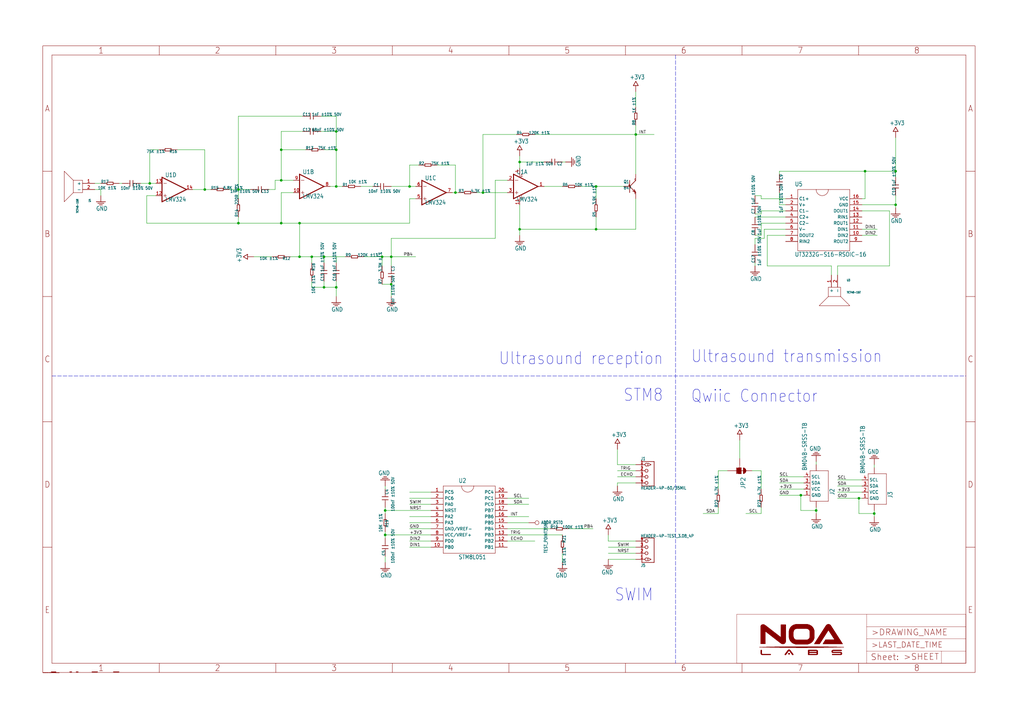
<source format=kicad_sch>
(kicad_sch (version 20211123) (generator eeschema)
  (paper "User" 425.45 299.161)
  (lib_symbols
    (symbol "eagleSchem-eagle-import:+3V3" (power)
      (property "Value" "+3V3" (at -2.54 2.54 0))
      (symbol "+3V3_1_0"
        (pin power_in line (at 0 -2.54 90) (length 2.54) (name "+3V3") (number "1"))
      )
    )
    (symbol "eagleSchem-eagle-import:A3L-LOC"
      (symbol "A3L-LOC_1_0"
        (text "1" (at 24.2094 1.905 0) (effects (font (size 2.54 2.286))))
        (text "1" (at 24.2094 258.445 0) (effects (font (size 2.54 2.286))))
        (text "2" (at 72.6281 1.905 0) (effects (font (size 2.54 2.286))))
        (text "2" (at 72.6281 258.445 0) (effects (font (size 2.54 2.286))))
        (text "3" (at 121.0469 1.905 0) (effects (font (size 2.54 2.286))))
        (text "3" (at 121.0469 258.445 0) (effects (font (size 2.54 2.286))))
        (text "4" (at 169.4656 1.905 0) (effects (font (size 2.54 2.286))))
        (text "4" (at 169.4656 258.445 0) (effects (font (size 2.54 2.286))))
        (text "5" (at 217.8844 1.905 0) (effects (font (size 2.54 2.286))))
        (text "5" (at 217.8844 258.445 0) (effects (font (size 2.54 2.286))))
        (text "6" (at 266.3031 1.905 0) (effects (font (size 2.54 2.286))))
        (text "6" (at 266.3031 258.445 0) (effects (font (size 2.54 2.286))))
        (text "7" (at 314.7219 1.905 0) (effects (font (size 2.54 2.286))))
        (text "7" (at 314.7219 258.445 0) (effects (font (size 2.54 2.286))))
        (text "8" (at 363.1406 1.905 0) (effects (font (size 2.54 2.286))))
        (text "8" (at 363.1406 258.445 0) (effects (font (size 2.54 2.286))))
        (text ">DRAWING_NAME" (at 344.17 15.24 0) (effects (font (size 2.54 2.54)) (justify left bottom)))
        (text ">LAST_DATE_TIME" (at 344.17 10.16 0) (effects (font (size 2.286 2.286)) (justify left bottom)))
        (text ">SHEET" (at 357.505 5.08 0) (effects (font (size 2.54 2.54)) (justify left bottom)))
        (text "A" (at 1.905 234.315 0) (effects (font (size 2.54 2.286))))
        (text "A" (at 385.445 234.315 0) (effects (font (size 2.54 2.286))))
        (text "B" (at 1.905 182.245 0) (effects (font (size 2.54 2.286))))
        (text "B" (at 385.445 182.245 0) (effects (font (size 2.54 2.286))))
        (text "C" (at 1.905 130.175 0) (effects (font (size 2.54 2.286))))
        (text "C" (at 385.445 130.175 0) (effects (font (size 2.54 2.286))))
        (text "D" (at 1.905 78.105 0) (effects (font (size 2.54 2.286))))
        (text "D" (at 385.445 78.105 0) (effects (font (size 2.54 2.286))))
        (text "D:/NOA-Dropbox/Dropbox/NOA Labs/11 - R&D/Datasheets, PCB Outlines & 3D Models/Logos/NOA Labs Logo.bmp" (at 0 -0.1905 0) (effects (font (size 0.0762 0.0762)) (justify left bottom)))
        (text "E" (at 1.905 26.035 0) (effects (font (size 2.54 2.286))))
        (text "E" (at 385.445 26.035 0) (effects (font (size 2.54 2.286))))
        (text "Sheet:" (at 343.916 4.953 0) (effects (font (size 2.54 2.54)) (justify left bottom)))
      )
    )
    (symbol "eagleSchem-eagle-import:C-0603"
      (property "Reference" "C" (at -3.81 0 0))
      (property "Value" "C-0603" (at 0 0 0))
      (symbol "C-0603_1_0"
        (pin passive line (at -3.81 0 0) (length 2.54) (name "1") (number "1"))
        (pin passive line (at 3.81 0 180) (length 2.54) (name "2") (number "2"))
      )
    )
    (symbol "eagleSchem-eagle-import:GND" (power)
      (property "Value" "GND" (at -2.032 -3.81 0))
      (symbol "GND_1_0"
        (pin power_in line (at 0 2.54 270) (length 2.54) (name "GND") (number "1"))
      )
    )
    (symbol "eagleSchem-eagle-import:HEADER-4P-60{slash}35MIL"
      (property "Reference" "J" (at -3.048 5.588 0))
      (property "Value" "HEADER-4P-60{slash}35MIL" (at -3.048 -6.604 0))
      (symbol "HEADER-4P-60{slash}35MIL_1_0"
        (pin bidirectional inverted_clock (at -5.08 3.81 0) (length 5.08) (name "P$1") (number "1"))
        (pin bidirectional inverted (at -5.08 1.27 0) (length 5.08) (name "P$2") (number "2"))
        (pin bidirectional inverted (at -5.08 -1.27 0) (length 5.08) (name "P$3") (number "3"))
        (pin bidirectional inverted (at -5.08 -3.81 0) (length 5.08) (name "P$4") (number "4"))
      )
    )
    (symbol "eagleSchem-eagle-import:HEADER-4P-TEST_3.08_4P"
      (property "Reference" "J" (at -3.048 5.588 0))
      (property "Value" "HEADER-4P-TEST_3.08_4P" (at -3.048 -6.604 0))
      (symbol "HEADER-4P-TEST_3.08_4P_1_0"
        (pin bidirectional inverted_clock (at -5.08 3.81 0) (length 5.08) (name "P$1") (number "1"))
        (pin bidirectional inverted (at -5.08 1.27 0) (length 5.08) (name "P$2") (number "2"))
        (pin bidirectional inverted (at -5.08 -1.27 0) (length 5.08) (name "P$3") (number "3"))
        (pin bidirectional inverted (at -5.08 -3.81 0) (length 5.08) (name "P$4") (number "4"))
      )
    )
    (symbol "eagleSchem-eagle-import:JST-SH-4P"
      (property "Reference" "J" (at -3.81 -7.62 0))
      (property "Value" "JST-SH-4P" (at 6.35 3.81 0))
      (symbol "JST-SH-4P_1_0"
        (pin bidirectional line (at -3.81 5.08 270) (length 2.54) (name "GND") (number "1"))
        (pin bidirectional line (at -1.27 5.08 270) (length 2.54) (name "VCC") (number "2"))
        (pin bidirectional line (at 1.27 5.08 270) (length 2.54) (name "SDA") (number "3"))
        (pin bidirectional line (at 3.81 5.08 270) (length 2.54) (name "SCL") (number "4"))
        (pin bidirectional line (at -8.89 0 0) (length 2.54) (name "5") (number "5"))
        (pin bidirectional line (at 8.89 0 180) (length 2.54) (name "6") (number "6"))
      )
    )
    (symbol "eagleSchem-eagle-import:LMV324"
      (property "Reference" "U" (at -3.81 5.08 0))
      (property "Value" "LMV324" (at -3.81 -5.08 0))
      (symbol "LMV324_1_0"
        (text "V+" (at -1.27 3.81 900) (effects (font (size 0.8128 0.6908)) (justify left bottom)))
        (text "V-" (at -1.27 -5.08 900) (effects (font (size 0.8128 0.6908)) (justify left bottom)))
        (pin output line (at 7.62 0 180) (length 2.54) (name "OUT") (number "1"))
        (pin power_in line (at -2.54 -7.62 90) (length 2.54) (name "V-") (number "11"))
        (pin input line (at -7.62 2.54 0) (length 2.54) (name "IN-") (number "2"))
        (pin input line (at -7.62 -2.54 0) (length 2.54) (name "IN+") (number "3"))
        (pin power_in line (at -2.54 7.62 270) (length 2.54) (name "V+") (number "4"))
      )
      (symbol "LMV324_2_0"
        (pin input line (at -7.62 -2.54 0) (length 2.54) (name "IN+") (number "10"))
        (pin output line (at 7.62 0 180) (length 2.54) (name "OUT") (number "8"))
        (pin input line (at -7.62 2.54 0) (length 2.54) (name "IN-") (number "9"))
      )
      (symbol "LMV324_3_0"
        (pin input line (at -7.62 -2.54 0) (length 2.54) (name "IN+") (number "5"))
        (pin input line (at -7.62 2.54 0) (length 2.54) (name "IN-") (number "6"))
        (pin output line (at 7.62 0 180) (length 2.54) (name "OUT") (number "7"))
      )
      (symbol "LMV324_4_0"
        (pin input line (at -7.62 -2.54 0) (length 2.54) (name "IN+") (number "12"))
        (pin input line (at -7.62 2.54 0) (length 2.54) (name "IN-") (number "13"))
        (pin output line (at 7.62 0 180) (length 2.54) (name "OUT") (number "14"))
      )
    )
    (symbol "eagleSchem-eagle-import:R-0603"
      (property "Reference" "R" (at -3.81 0 0))
      (property "Value" "R-0603" (at 1.27 0 0))
      (symbol "R-0603_1_0"
        (pin passive line (at -3.81 0 0) (length 2.54) (name "1") (number "1"))
        (pin passive line (at 3.81 0 180) (length 2.54) (name "2") (number "2"))
      )
    )
    (symbol "eagleSchem-eagle-import:SMT-JUMPER_3_2-NC_TRACE"
      (property "Reference" "JP" (at 2.54 0.381 0))
      (property "Value" "SMT-JUMPER_3_2-NC_TRACE" (at 2.54 -0.381 0))
      (symbol "SMT-JUMPER_3_2-NC_TRACE_1_0"
        (pin passive line (at 0 5.08 270) (length 2.54) (name "1") (number "1"))
        (pin passive line (at -5.08 0 0) (length 2.54) (name "2") (number "2"))
        (pin passive line (at 0 -5.08 90) (length 2.54) (name "3") (number "3"))
      )
    )
    (symbol "eagleSchem-eagle-import:STM8L051"
      (property "Reference" "U" (at -3.81 16.51 0))
      (property "Value" "STM8L051" (at -3.81 -15.24 0))
      (symbol "STM8L051_1_0"
        (pin bidirectional line (at -15.24 12.7 0) (length 5.08) (name "PC5") (number "1"))
        (pin bidirectional line (at -15.24 -10.16 0) (length 5.08) (name "PB0") (number "10"))
        (pin bidirectional line (at 16.51 -10.16 180) (length 5.08) (name "PB1") (number "11"))
        (pin bidirectional line (at 16.51 -7.62 180) (length 5.08) (name "PB2") (number "12"))
        (pin bidirectional line (at 16.51 -5.08 180) (length 5.08) (name "PB3") (number "13"))
        (pin bidirectional line (at 16.51 -2.54 180) (length 5.08) (name "PB4") (number "14"))
        (pin bidirectional line (at 16.51 0 180) (length 5.08) (name "PB5") (number "15"))
        (pin bidirectional line (at 16.51 2.54 180) (length 5.08) (name "PB6") (number "16"))
        (pin bidirectional line (at 16.51 5.08 180) (length 5.08) (name "PB7") (number "17"))
        (pin bidirectional line (at 16.51 7.62 180) (length 5.08) (name "PC0") (number "18"))
        (pin bidirectional line (at 16.51 10.16 180) (length 5.08) (name "PC1") (number "19"))
        (pin bidirectional line (at -15.24 10.16 0) (length 5.08) (name "PC6") (number "2"))
        (pin bidirectional line (at 16.51 12.7 180) (length 5.08) (name "PC4") (number "20"))
        (pin bidirectional line (at -15.24 7.62 0) (length 5.08) (name "PA0") (number "3"))
        (pin bidirectional line (at -15.24 5.08 0) (length 5.08) (name "NRST") (number "4"))
        (pin bidirectional line (at -15.24 2.54 0) (length 5.08) (name "PA2") (number "5"))
        (pin bidirectional line (at -15.24 0 0) (length 5.08) (name "PA3") (number "6"))
        (pin bidirectional line (at -15.24 -2.54 0) (length 5.08) (name "GND/VREF-") (number "7"))
        (pin bidirectional line (at -15.24 -5.08 0) (length 5.08) (name "VCC/VREF+") (number "8"))
        (pin bidirectional line (at -15.24 -7.62 0) (length 5.08) (name "PD0") (number "9"))
      )
    )
    (symbol "eagleSchem-eagle-import:TCT40-16T{slash}R"
      (property "Reference" "U" (at 5.08 5.08 0))
      (property "Value" "TCT40-16T{slash}R" (at 5.08 0 0))
      (symbol "TCT40-16T{slash}R_1_0"
        (pin bidirectional line (at -1.27 7.62 270) (length 5.08) (name "+") (number "1"))
        (pin bidirectional line (at 1.27 7.62 270) (length 5.08) (name "-") (number "2"))
      )
    )
    (symbol "eagleSchem-eagle-import:TEST_POINT35MIL"
      (property "Reference" "TS" (at -1.27 0.635 0))
      (property "Value" "TEST_POINT35MIL" (at -1.27 2.54 0))
      (symbol "TEST_POINT35MIL_1_0"
        (pin bidirectional line (at 0 -3.81 90) (length 2.54) (name "1") (number "P$1"))
      )
    )
    (symbol "eagleSchem-eagle-import:TRANSISTOR-NPN-SOT23''"
      (property "Reference" "Q" (at -2.54 1.27 0))
      (property "Value" "TRANSISTOR-NPN-SOT23''" (at -2.54 -1.27 0))
      (symbol "TRANSISTOR-NPN-SOT23''_1_0"
        (text "B" (at -0.635 0 0) (effects (font (size 0.635 0.5397)) (justify left bottom)))
        (text "C" (at 1.905 2.54 0) (effects (font (size 0.635 0.5397)) (justify left bottom)))
        (text "E" (at 1.905 -3.175 0) (effects (font (size 0.635 0.5397)) (justify left bottom)))
        (pin passive line (at -2.54 0 0) (length 2.54) (name "B") (number "1"))
        (pin passive line (at 2.54 -5.08 90) (length 2.54) (name "E") (number "2"))
        (pin passive line (at 2.54 5.08 270) (length 2.54) (name "C") (number "3"))
      )
    )
    (symbol "eagleSchem-eagle-import:UT3232G-S16-RSOIC-16"
      (property "Reference" "U" (at -11.43 13.97 0))
      (property "Value" "UT3232G-S16-RSOIC-16" (at -11.43 -15.24 0))
      (symbol "UT3232G-S16-RSOIC-16_1_0"
        (pin bidirectional line (at -15.24 8.89 0) (length 5.08) (name "C1+") (number "1"))
        (pin bidirectional line (at 16.51 -6.35 180) (length 5.08) (name "DIN2") (number "10"))
        (pin bidirectional line (at 16.51 -3.81 180) (length 5.08) (name "DIN1") (number "11"))
        (pin bidirectional line (at 16.51 -1.27 180) (length 5.08) (name "ROUT1") (number "12"))
        (pin bidirectional line (at 16.51 1.27 180) (length 5.08) (name "RIN1") (number "13"))
        (pin bidirectional line (at 16.51 3.81 180) (length 5.08) (name "DOUT1") (number "14"))
        (pin bidirectional line (at 16.51 6.35 180) (length 5.08) (name "GND") (number "15"))
        (pin bidirectional line (at 16.51 8.89 180) (length 5.08) (name "VCC") (number "16"))
        (pin bidirectional line (at -15.24 6.35 0) (length 5.08) (name "V+") (number "2"))
        (pin bidirectional line (at -15.24 3.81 0) (length 5.08) (name "C1-") (number "3"))
        (pin bidirectional line (at -15.24 1.27 0) (length 5.08) (name "C2+") (number "4"))
        (pin bidirectional line (at -15.24 -1.27 0) (length 5.08) (name "C2-") (number "5"))
        (pin bidirectional line (at -15.24 -3.81 0) (length 5.08) (name "V-") (number "6"))
        (pin bidirectional line (at -15.24 -6.35 0) (length 5.08) (name "DOUT2") (number "7"))
        (pin bidirectional line (at -15.24 -8.89 0) (length 5.08) (name "RIN2") (number "8"))
        (pin bidirectional line (at 16.51 -8.89 180) (length 5.08) (name "ROUT2") (number "9"))
      )
    )
  )
  (junction (at 85.09 78.74))
  (junction (at 162.56 118.11))
  (junction (at 99.06 78.74))
  (junction (at 215.9 95.25))
  (junction (at 139.7 54.61))
  (junction (at 363.22 213.36))
  (junction (at 372.11 85.09))
  (junction (at 116.84 92.71))
  (junction (at 158.75 106.68))
  (junction (at 124.46 106.68))
  (junction (at 139.7 62.23))
  (junction (at 116.84 62.23))
  (junction (at 162.56 106.68))
  (junction (at 356.87 207.01))
  (junction (at 134.62 119.38))
  (junction (at 200.66 80.01))
  (junction (at 160.02 212.09))
  (junction (at 170.18 77.47))
  (junction (at 247.65 95.25))
  (junction (at 215.9 67.31))
  (junction (at 332.74 205.74))
  (junction (at 372.11 71.12))
  (junction (at 139.7 119.38))
  (junction (at 339.09 212.09))
  (junction (at 99.06 92.71))
  (junction (at 129.54 106.68))
  (junction (at 134.62 106.68))
  (junction (at 359.41 71.12))
  (junction (at 124.46 92.71))
  (junction (at 139.7 77.47))
  (junction (at 116.84 74.93))
  (junction (at 189.23 80.01))
  (junction (at 160.02 222.25))
  (junction (at 247.65 77.47))
  (junction (at 62.23 76.2))
  (junction (at 264.16 55.88))
  (wire (pts (xy 247.65 90.17) (xy 247.65 95.25)))
  (wire (pts (xy 151.13 106.68) (xy 158.75 106.68)))
  (wire (pts (xy 252.73 222.25) (xy 252.73 224.79)))
  (wire (pts (xy 323.85 85.09) (xy 323.85 80.01)))
  (wire (pts (xy 116.84 92.71) (xy 99.06 92.71)))
  (wire (pts (xy 134.62 116.84) (xy 134.62 119.38)))
  (wire (pts (xy 120.65 106.68) (xy 124.46 106.68)))
  (wire (pts (xy 332.74 212.09) (xy 332.74 205.74)))
  (wire (pts (xy 139.7 48.26) (xy 139.7 54.61)))
  (wire (pts (xy 326.39 95.25) (xy 317.5 95.25)))
  (wire (pts (xy 60.96 81.28) (xy 64.77 81.28)))
  (wire (pts (xy 116.84 74.93) (xy 114.3 74.93)))
  (wire (pts (xy 200.66 55.88) (xy 200.66 80.01)))
  (wire (pts (xy 139.7 54.61) (xy 139.7 62.23)))
  (wire (pts (xy 326.39 87.63) (xy 316.23 87.63)))
  (wire (pts (xy 228.6 219.71) (xy 210.82 219.71)))
  (wire (pts (xy 41.91 78.74) (xy 39.37 78.74)))
  (wire (pts (xy 134.62 119.38) (xy 129.54 119.38)))
  (wire (pts (xy 316.23 195.58) (xy 316.23 203.2)))
  (wire (pts (xy 139.7 109.22) (xy 139.7 106.68)))
  (wire (pts (xy 326.39 85.09) (xy 323.85 85.09)))
  (wire (pts (xy 170.18 82.55) (xy 170.18 92.71)))
  (wire (pts (xy 158.75 110.49) (xy 158.75 106.68)))
  (wire (pts (xy 124.46 106.68) (xy 129.54 106.68)))
  (wire (pts (xy 116.84 54.61) (xy 116.84 62.23)))
  (wire (pts (xy 222.25 224.79) (xy 210.82 224.79)))
  (wire (pts (xy 215.9 95.25) (xy 215.9 97.79)))
  (wire (pts (xy 302.26 195.58) (xy 298.45 195.58)))
  (wire (pts (xy 173.99 68.58) (xy 170.18 68.58)))
  (wire (pts (xy 219.71 214.63) (xy 210.82 214.63)))
  (wire (pts (xy 256.54 198.12) (xy 264.16 198.12)))
  (wire (pts (xy 219.71 209.55) (xy 210.82 209.55)))
  (wire (pts (xy 264.16 44.45) (xy 264.16 38.1)))
  (wire (pts (xy 39.37 76.2) (xy 41.91 76.2)))
  (wire (pts (xy 162.56 99.06) (xy 162.56 106.68)))
  (wire (pts (xy 129.54 109.22) (xy 129.54 106.68)))
  (wire (pts (xy 85.09 62.23) (xy 85.09 78.74)))
  (wire (pts (xy 252.73 224.79) (xy 264.16 224.79)))
  (wire (pts (xy 170.18 204.47) (xy 179.07 204.47)))
  (wire (pts (xy 332.74 205.74) (xy 334.01 205.74)))
  (wire (pts (xy 170.18 217.17) (xy 179.07 217.17)))
  (wire (pts (xy 247.65 82.55) (xy 247.65 77.47)))
  (wire (pts (xy 160.02 231.14) (xy 160.02 233.68)))
  (wire (pts (xy 99.06 48.26) (xy 99.06 78.74)))
  (polyline (pts (xy 280.67 22.86) (xy 280.67 275.59)))
  (wire (pts (xy 62.23 62.23) (xy 62.23 76.2)))
  (wire (pts (xy 215.9 67.31) (xy 215.9 64.77)))
  (wire (pts (xy 364.49 95.25) (xy 358.14 95.25)))
  (wire (pts (xy 316.23 81.28) (xy 313.69 81.28)))
  (wire (pts (xy 264.16 82.55) (xy 264.16 95.25)))
  (wire (pts (xy 347.98 199.39) (xy 358.14 199.39)))
  (wire (pts (xy 316.23 88.9) (xy 313.69 88.9)))
  (wire (pts (xy 256.54 193.04) (xy 256.54 186.69)))
  (wire (pts (xy 233.68 233.68) (xy 233.68 229.87)))
  (wire (pts (xy 160.02 220.98) (xy 160.02 222.25)))
  (wire (pts (xy 256.54 193.04) (xy 264.16 193.04)))
  (wire (pts (xy 326.39 90.17) (xy 313.69 90.17)))
  (wire (pts (xy 114.3 74.93) (xy 114.3 78.74)))
  (wire (pts (xy 339.09 212.09) (xy 339.09 210.82)))
  (wire (pts (xy 323.85 198.12) (xy 334.01 198.12)))
  (wire (pts (xy 139.7 77.47) (xy 142.24 77.47)))
  (wire (pts (xy 160.02 203.2) (xy 160.02 201.93)))
  (wire (pts (xy 246.38 219.71) (xy 236.22 219.71)))
  (wire (pts (xy 369.57 110.49) (xy 369.57 87.63)))
  (wire (pts (xy 179.07 222.25) (xy 160.02 222.25)))
  (wire (pts (xy 241.3 77.47) (xy 247.65 77.47)))
  (wire (pts (xy 323.85 72.39) (xy 323.85 71.12)))
  (wire (pts (xy 124.46 92.71) (xy 116.84 92.71)))
  (wire (pts (xy 62.23 76.2) (xy 64.77 76.2)))
  (wire (pts (xy 292.1 213.36) (xy 298.45 213.36)))
  (wire (pts (xy 121.92 74.93) (xy 116.84 74.93)))
  (wire (pts (xy 189.23 80.01) (xy 187.96 80.01)))
  (wire (pts (xy 170.18 92.71) (xy 124.46 92.71)))
  (wire (pts (xy 347.98 207.01) (xy 356.87 207.01)))
  (wire (pts (xy 318.77 110.49) (xy 318.77 97.79)))
  (wire (pts (xy 219.71 217.17) (xy 210.82 217.17)))
  (wire (pts (xy 133.35 54.61) (xy 139.7 54.61)))
  (wire (pts (xy 345.44 114.3) (xy 345.44 110.49)))
  (wire (pts (xy 125.73 48.26) (xy 99.06 48.26)))
  (wire (pts (xy 264.16 229.87) (xy 252.73 229.87)))
  (wire (pts (xy 41.91 81.28) (xy 41.91 78.74)))
  (wire (pts (xy 326.39 92.71) (xy 316.23 92.71)))
  (wire (pts (xy 372.11 71.12) (xy 359.41 71.12)))
  (wire (pts (xy 170.18 207.01) (xy 179.07 207.01)))
  (wire (pts (xy 271.78 55.88) (xy 264.16 55.88)))
  (wire (pts (xy 358.14 82.55) (xy 359.41 82.55)))
  (wire (pts (xy 264.16 200.66) (xy 256.54 200.66)))
  (wire (pts (xy 133.35 48.26) (xy 139.7 48.26)))
  (wire (pts (xy 85.09 78.74) (xy 80.01 78.74)))
  (wire (pts (xy 125.73 54.61) (xy 116.84 54.61)))
  (wire (pts (xy 200.66 80.01) (xy 210.82 80.01)))
  (wire (pts (xy 364.49 97.79) (xy 358.14 97.79)))
  (wire (pts (xy 222.25 55.88) (xy 264.16 55.88)))
  (wire (pts (xy 356.87 213.36) (xy 356.87 207.01)))
  (wire (pts (xy 264.16 55.88) (xy 264.16 72.39)))
  (wire (pts (xy 205.74 99.06) (xy 205.74 74.93)))
  (wire (pts (xy 170.18 68.58) (xy 170.18 77.47)))
  (wire (pts (xy 116.84 80.01) (xy 121.92 80.01)))
  (wire (pts (xy 129.54 106.68) (xy 134.62 106.68)))
  (wire (pts (xy 99.06 92.71) (xy 60.96 92.71)))
  (wire (pts (xy 205.74 74.93) (xy 210.82 74.93)))
  (wire (pts (xy 114.3 78.74) (xy 111.76 78.74)))
  (wire (pts (xy 372.11 73.66) (xy 372.11 71.12)))
  (wire (pts (xy 298.45 213.36) (xy 298.45 210.82)))
  (wire (pts (xy 316.23 97.79) (xy 313.69 97.79)))
  (wire (pts (xy 127 62.23) (xy 116.84 62.23)))
  (wire (pts (xy 256.54 195.58) (xy 264.16 195.58)))
  (wire (pts (xy 356.87 207.01) (xy 358.14 207.01)))
  (wire (pts (xy 99.06 90.17) (xy 99.06 92.71)))
  (wire (pts (xy 307.34 182.88) (xy 307.34 190.5)))
  (wire (pts (xy 359.41 82.55) (xy 359.41 71.12)))
  (wire (pts (xy 179.07 212.09) (xy 160.02 212.09)))
  (wire (pts (xy 66.04 62.23) (xy 62.23 62.23)))
  (wire (pts (xy 363.22 214.63) (xy 363.22 213.36)))
  (wire (pts (xy 139.7 123.19) (xy 139.7 119.38)))
  (wire (pts (xy 317.5 99.06) (xy 313.69 99.06)))
  (wire (pts (xy 369.57 87.63) (xy 358.14 87.63)))
  (wire (pts (xy 326.39 82.55) (xy 316.23 82.55)))
  (wire (pts (xy 170.18 77.47) (xy 172.72 77.47)))
  (wire (pts (xy 205.74 99.06) (xy 162.56 99.06)))
  (wire (pts (xy 198.12 80.01) (xy 200.66 80.01)))
  (wire (pts (xy 170.18 224.79) (xy 179.07 224.79)))
  (wire (pts (xy 116.84 62.23) (xy 116.84 74.93)))
  (wire (pts (xy 316.23 213.36) (xy 316.23 210.82)))
  (wire (pts (xy 189.23 80.01) (xy 189.23 68.58)))
  (polyline (pts (xy 21.59 156.21) (xy 401.32 156.21)))
  (wire (pts (xy 160.02 212.09) (xy 160.02 213.36)))
  (wire (pts (xy 339.09 191.77) (xy 339.09 193.04)))
  (wire (pts (xy 215.9 85.09) (xy 215.9 95.25)))
  (wire (pts (xy 372.11 71.12) (xy 372.11 57.15)))
  (wire (pts (xy 139.7 77.47) (xy 137.16 77.47)))
  (wire (pts (xy 134.62 106.68) (xy 143.51 106.68)))
  (wire (pts (xy 264.16 95.25) (xy 247.65 95.25)))
  (wire (pts (xy 73.66 62.23) (xy 85.09 62.23)))
  (wire (pts (xy 158.75 118.11) (xy 162.56 118.11)))
  (wire (pts (xy 170.18 219.71) (xy 179.07 219.71)))
  (wire (pts (xy 99.06 82.55) (xy 99.06 78.74)))
  (wire (pts (xy 210.82 207.01) (xy 219.71 207.01)))
  (wire (pts (xy 247.65 77.47) (xy 259.08 77.47)))
  (wire (pts (xy 190.5 80.01) (xy 189.23 80.01)))
  (wire (pts (xy 162.56 110.49) (xy 162.56 106.68)))
  (wire (pts (xy 247.65 95.25) (xy 215.9 95.25)))
  (wire (pts (xy 172.72 82.55) (xy 170.18 82.55)))
  (wire (pts (xy 214.63 55.88) (xy 200.66 55.88)))
  (wire (pts (xy 363.22 213.36) (xy 363.22 212.09)))
  (wire (pts (xy 158.75 106.68) (xy 162.56 106.68)))
  (wire (pts (xy 124.46 106.68) (xy 124.46 92.71)))
  (wire (pts (xy 347.98 201.93) (xy 358.14 201.93)))
  (wire (pts (xy 372.11 85.09) (xy 372.11 86.36)))
  (wire (pts (xy 309.88 213.36) (xy 316.23 213.36)))
  (wire (pts (xy 181.61 68.58) (xy 189.23 68.58)))
  (wire (pts (xy 170.18 209.55) (xy 179.07 209.55)))
  (wire (pts (xy 345.44 110.49) (xy 318.77 110.49)))
  (wire (pts (xy 105.41 106.68) (xy 113.03 106.68)))
  (wire (pts (xy 316.23 92.71) (xy 316.23 97.79)))
  (wire (pts (xy 363.22 213.36) (xy 356.87 213.36)))
  (wire (pts (xy 172.72 106.68) (xy 162.56 106.68)))
  (wire (pts (xy 139.7 119.38) (xy 134.62 119.38)))
  (wire (pts (xy 256.54 200.66) (xy 256.54 201.93)))
  (wire (pts (xy 160.02 223.52) (xy 160.02 222.25)))
  (wire (pts (xy 318.77 97.79) (xy 326.39 97.79)))
  (wire (pts (xy 264.16 227.33) (xy 252.73 227.33)))
  (wire (pts (xy 323.85 203.2) (xy 334.01 203.2)))
  (wire (pts (xy 134.62 62.23) (xy 139.7 62.23)))
  (wire (pts (xy 316.23 87.63) (xy 316.23 88.9)))
  (wire (pts (xy 49.53 76.2) (xy 50.8 76.2)))
  (wire (pts (xy 339.09 213.36) (xy 339.09 212.09)))
  (wire (pts (xy 298.45 195.58) (xy 298.45 203.2)))
  (wire (pts (xy 347.98 110.49) (xy 369.57 110.49)))
  (wire (pts (xy 359.41 71.12) (xy 323.85 71.12)))
  (wire (pts (xy 233.68 67.31) (xy 234.95 67.31)))
  (wire (pts (xy 363.22 193.04) (xy 363.22 194.31)))
  (wire (pts (xy 316.23 82.55) (xy 316.23 81.28)))
  (wire (pts (xy 312.42 195.58) (xy 316.23 195.58)))
  (wire (pts (xy 233.68 77.47) (xy 226.06 77.47)))
  (wire (pts (xy 160.02 210.82) (xy 160.02 212.09)))
  (wire (pts (xy 104.14 78.74) (xy 99.06 78.74)))
  (wire (pts (xy 264.16 232.41) (xy 252.73 232.41)))
  (wire (pts (xy 347.98 204.47) (xy 358.14 204.47)))
  (wire (pts (xy 226.06 67.31) (xy 215.9 67.31)))
  (wire (pts (xy 139.7 62.23) (xy 139.7 77.47)))
  (wire (pts (xy 347.98 114.3) (xy 347.98 110.49)))
  (wire (pts (xy 162.56 118.11) (xy 162.56 123.19)))
  (wire (pts (xy 60.96 92.71) (xy 60.96 81.28)))
  (wire (pts (xy 154.94 77.47) (xy 149.86 77.47)))
  (wire (pts (xy 215.9 69.85) (xy 215.9 67.31)))
  (wire (pts (xy 134.62 109.22) (xy 134.62 106.68)))
  (wire (pts (xy 170.18 227.33) (xy 179.07 227.33)))
  (wire (pts (xy 170.18 77.47) (xy 162.56 77.47)))
  (wire (pts (xy 129.54 119.38) (xy 129.54 116.84)))
  (wire (pts (xy 170.18 214.63) (xy 179.07 214.63)))
  (wire (pts (xy 116.84 80.01) (xy 116.84 92.71)))
  (wire (pts (xy 264.16 52.07) (xy 264.16 55.88)))
  (wire (pts (xy 139.7 116.84) (xy 139.7 119.38)))
  (wire (pts (xy 323.85 205.74) (xy 332.74 205.74)))
  (wire (pts (xy 99.06 78.74) (xy 95.25 78.74)))
  (wire (pts (xy 372.11 81.28) (xy 372.11 85.09)))
  (wire (pts (xy 323.85 200.66) (xy 334.01 200.66)))
  (wire (pts (xy 313.69 110.49) (xy 313.69 109.22)))
  (wire (pts (xy 339.09 212.09) (xy 332.74 212.09)))
  (wire (pts (xy 313.69 99.06) (xy 313.69 101.6)))
  (wire (pts (xy 233.68 222.25) (xy 210.82 222.25)))
  (wire (pts (xy 317.5 95.25) (xy 317.5 99.06)))
  (wire (pts (xy 58.42 76.2) (xy 62.23 76.2)))
  (wire (pts (xy 358.14 85.09) (xy 372.11 85.09)))
  (wire (pts (xy 87.63 78.74) (xy 85.09 78.74)))
  (text "Ultrasound transmission" (at 287.02 151.13 180) (effects (font (size 5.08 4.318)) (justify left bottom)))
  (text "STM8" (at 275.59 161.29 180) (effects (font (size 5.08 4.318)) (justify right top)))
  (text "SWIM" (at 255.27 250.19 180) (effects (font (size 5.08 4.318)) (justify left bottom)))
  (text "Qwiic Connector" (at 287.02 167.64 180) (effects (font (size 5.08 4.318)) (justify left bottom)))
  (text "Ultrasound reception" (at 275.59 146.05 180) (effects (font (size 5.08 4.318)) (justify right top)))
  (label "GND" (at 323.85 205.74 0) (effects (font (size 1.2446 1.2446))))
  (label "SDA" (at 347.98 201.93 0) (effects (font (size 1.2446 1.2446))))
  (label "TRIG" (at 257.81 195.58 0) (effects (font (size 1.2446 1.2446))))
  (label "TRIG" (at 212.09 222.25 0) (effects (font (size 1.2446 1.2446))))
  (label "GND" (at 347.98 207.01 0) (effects (font (size 1.2446 1.2446))))
  (label "INT" (at 265.43 55.88 0) (effects (font (size 1.2446 1.2446))))
  (label "SWIM" (at 256.54 227.33 0) (effects (font (size 1.2446 1.2446))))
  (label "ECHO" (at 257.81 198.12 0) (effects (font (size 1.2446 1.2446))))
  (label "+3V3" (at 347.98 204.47 0) (effects (font (size 1.2446 1.2446))))
  (label "SDA" (at 323.85 200.66 0) (effects (font (size 1.2446 1.2446))))
  (label "SCL" (at 323.85 198.12 0) (effects (font (size 1.2446 1.2446))))
  (label "SWIM" (at 170.18 209.55 0) (effects (font (size 1.2446 1.2446))))
  (label "+3V3" (at 323.85 203.2 0) (effects (font (size 1.2446 1.2446))))
  (label "SDA" (at 293.37 213.36 0) (effects (font (size 1.2446 1.2446))))
  (label "+3V3" (at 170.18 222.25 0) (effects (font (size 1.2446 1.2446))))
  (label "DIN1" (at 170.18 227.33 0) (effects (font (size 1.2446 1.2446))))
  (label "NRST" (at 256.54 229.87 0) (effects (font (size 1.2446 1.2446))))
  (label "DIN2" (at 359.41 97.79 0) (effects (font (size 1.2446 1.2446))))
  (label "SCL" (at 347.98 199.39 0) (effects (font (size 1.2446 1.2446))))
  (label "SCL" (at 213.36 207.01 0) (effects (font (size 1.2446 1.2446))))
  (label "PB4" (at 167.64 106.68 0) (effects (font (size 1.2446 1.2446))))
  (label "SDA" (at 213.36 209.55 0) (effects (font (size 1.2446 1.2446))))
  (label "DIN1" (at 359.41 95.25 0) (effects (font (size 1.2446 1.2446))))
  (label "GND" (at 170.18 219.71 0) (effects (font (size 1.2446 1.2446))))
  (label "INT" (at 212.09 214.63 0) (effects (font (size 1.2446 1.2446))))
  (label "DIN2" (at 170.18 224.79 0) (effects (font (size 1.2446 1.2446))))
  (label "PB4" (at 242.57 219.71 0) (effects (font (size 1.2446 1.2446))))
  (label "SCL" (at 311.15 213.36 0) (effects (font (size 1.2446 1.2446))))
  (label "NRST" (at 170.18 212.09 0) (effects (font (size 1.2446 1.2446))))
  (label "ECHO" (at 212.09 224.79 0) (effects (font (size 1.2446 1.2446))))
  (symbol (lib_id "eagleSchem-eagle-import:C-0603") (at 160.02 227.33 270) (unit 1)
    (property "Reference" "C5" (at 158.75 228.6 0) (effects (font (size 1.27 1.0795)) (justify left bottom)))
    (property "Value" "100nF ±10% 50V" (at 162.56 219.71 0) (effects (font (size 1.27 1.0795)) (justify left bottom)))
    (property "Footprint" "eagleSchem:0603" (effects hide))
  )
  (symbol (lib_id "eagleSchem-eagle-import:GND") (at 313.69 113.03 0) (unit 1)
    (property "Reference" "#GND10" (effects hide))
    (property "Value" "GND" (at 311.658 116.84 0) (effects (font (size 1.778 1.5113)) (justify left bottom)))
    (property "Footprint" "eagleSchem:" (effects hide))
  )
  (symbol (lib_id "eagleSchem-eagle-import:R-0603") (at 237.49 77.47 0) (unit 1)
    (property "Reference" "R6" (at 233.68 77.47 0) (effects (font (size 1.27 1.0795)) (justify left bottom)))
    (property "Value" "10K ±1%" (at 238.76 77.47 0) (effects (font (size 1.27 1.0795)) (justify left bottom)))
    (property "Footprint" "eagleSchem:0603" (effects hide))
  )
  (symbol (lib_id "eagleSchem-eagle-import:R-0603") (at 130.81 62.23 0) (unit 1)
    (property "Reference" "R13" (at 127 62.23 0) (effects (font (size 1.27 1.0795)) (justify left bottom)))
    (property "Value" "75K ±1%" (at 132.08 62.23 0) (effects (font (size 1.27 1.0795)) (justify left bottom)))
    (property "Footprint" "eagleSchem:0603" (effects hide))
  )
  (symbol (lib_id "eagleSchem-eagle-import:GND") (at 139.7 125.73 0) (unit 1)
    (property "Reference" "#GND13" (effects hide))
    (property "Value" "GND" (at 137.668 129.54 0) (effects (font (size 1.778 1.5113)) (justify left bottom)))
    (property "Footprint" "eagleSchem:" (effects hide))
  )
  (symbol (lib_id "eagleSchem-eagle-import:STM8L051") (at 194.31 217.17 0) (unit 1)
    (property "Reference" "U2" (at 190.5 200.66 0) (effects (font (size 1.778 1.5113)) (justify left bottom)))
    (property "Value" "STM8L051" (at 190.5 232.41 0) (effects (font (size 1.778 1.5113)) (justify left bottom)))
    (property "Footprint" "eagleSchem:TSSOP20" (effects hide))
  )
  (symbol (lib_id "eagleSchem-eagle-import:C-0603") (at 158.75 77.47 180) (unit 1)
    (property "Reference" "C1" (at 157.48 76.2 0) (effects (font (size 1.27 1.0795)) (justify left bottom)))
    (property "Value" "10nF ±10% 50V" (at 166.37 78.74 0) (effects (font (size 1.27 1.0795)) (justify left bottom)))
    (property "Footprint" "eagleSchem:0603" (effects hide))
  )
  (symbol (lib_id "eagleSchem-eagle-import:R-0603") (at 247.65 86.36 90) (unit 1)
    (property "Reference" "R5" (at 247.65 90.17 0) (effects (font (size 1.27 1.0795)) (justify left bottom)))
    (property "Value" "3.9K ±1%" (at 247.65 85.09 0) (effects (font (size 1.27 1.0795)) (justify left bottom)))
    (property "Footprint" "eagleSchem:0603" (effects hide))
  )
  (symbol (lib_id "eagleSchem-eagle-import:R-0603") (at 177.8 68.58 0) (unit 1)
    (property "Reference" "R2" (at 173.99 68.58 0) (effects (font (size 1.27 1.0795)) (justify left bottom)))
    (property "Value" "75K ±1%" (at 179.07 68.58 0) (effects (font (size 1.27 1.0795)) (justify left bottom)))
    (property "Footprint" "eagleSchem:0603" (effects hide))
  )
  (symbol (lib_id "eagleSchem-eagle-import:GND") (at 372.11 88.9 0) (unit 1)
    (property "Reference" "#GND4" (effects hide))
    (property "Value" "GND" (at 370.078 92.71 0) (effects (font (size 1.778 1.5113)) (justify left bottom)))
    (property "Footprint" "eagleSchem:" (effects hide))
  )
  (symbol (lib_id "eagleSchem-eagle-import:R-0603") (at 146.05 77.47 0) (unit 1)
    (property "Reference" "R1" (at 142.24 77.47 0) (effects (font (size 1.27 1.0795)) (justify left bottom)))
    (property "Value" "10K ±1%" (at 144.78 76.2 0) (effects (font (size 1.27 1.0795)) (justify left bottom)))
    (property "Footprint" "eagleSchem:0603" (effects hide))
  )
  (symbol (lib_id "eagleSchem-eagle-import:C-0603") (at 129.54 48.26 0) (unit 1)
    (property "Reference" "C11" (at 125.73 48.26 0) (effects (font (size 1.27 1.0795)) (justify left bottom)))
    (property "Value" "1nF ±10% 50V" (at 129.54 48.26 0) (effects (font (size 1.27 1.0795)) (justify left bottom)))
    (property "Footprint" "eagleSchem:0603" (effects hide))
  )
  (symbol (lib_id "eagleSchem-eagle-import:+3V3") (at 102.87 106.68 90) (unit 1)
    (property "Reference" "#U$3" (effects hide))
    (property "Value" "+3V3" (at 100.33 109.22 0) (effects (font (size 1.778 1.5113)) (justify left bottom)))
    (property "Footprint" "eagleSchem:" (effects hide))
  )
  (symbol (lib_id "eagleSchem-eagle-import:R-0603") (at 158.75 114.3 90) (unit 1)
    (property "Reference" "R7" (at 158.75 118.11 0) (effects (font (size 1.27 1.0795)) (justify left bottom)))
    (property "Value" "3.3M ±1%" (at 158.75 113.03 0) (effects (font (size 1.27 1.0795)) (justify left bottom)))
    (property "Footprint" "eagleSchem:0603" (effects hide))
  )
  (symbol (lib_id "eagleSchem-eagle-import:R-0603") (at 160.02 217.17 270) (unit 1)
    (property "Reference" "R19" (at 160.02 215.9 0) (effects (font (size 1.27 1.0795)) (justify left bottom)))
    (property "Value" "10K ±1%" (at 157.48 213.36 0) (effects (font (size 1.27 1.0795)) (justify left bottom)))
    (property "Footprint" "eagleSchem:0603" (effects hide))
  )
  (symbol (lib_id "eagleSchem-eagle-import:C-0603") (at 323.85 76.2 270) (unit 1)
    (property "Reference" "C9" (at 323.85 72.39 0) (effects (font (size 1.27 1.0795)) (justify left bottom)))
    (property "Value" "1uF ±10% 50V" (at 323.85 76.2 0) (effects (font (size 1.27 1.0795)) (justify left bottom)))
    (property "Footprint" "eagleSchem:0603" (effects hide))
  )
  (symbol (lib_id "eagleSchem-eagle-import:+3V3") (at 372.11 54.61 0) (unit 1)
    (property "Reference" "#U$2" (effects hide))
    (property "Value" "+3V3" (at 369.57 52.07 0) (effects (font (size 1.778 1.5113)) (justify left bottom)))
    (property "Footprint" "eagleSchem:" (effects hide))
  )
  (symbol (lib_id "eagleSchem-eagle-import:TCT40-16T{slash}R") (at 346.71 121.92 0) (unit 1)
    (property "Reference" "U3" (at 351.79 116.84 0) (effects (font (size 0.8128 0.6908)) (justify left bottom)))
    (property "Value" "TCT40-16T" (at 351.79 121.92 0) (effects (font (size 0.8128 0.6908)) (justify left bottom)))
    (property "Footprint" "eagleSchem:TCT40-16T_R" (effects hide))
  )
  (symbol (lib_id "eagleSchem-eagle-import:JST-SH-4P") (at 339.09 201.93 90) (unit 1)
    (property "Reference" "J2" (at 346.71 205.74 0) (effects (font (size 1.778 1.5113)) (justify left bottom)))
    (property "Value" "BM04B-SRSS-TB" (at 335.28 195.58 0) (effects (font (size 1.778 1.5113)) (justify left bottom)))
    (property "Footprint" "eagleSchem:JST-SH-4P-90" (effects hide))
  )
  (symbol (lib_id "eagleSchem-eagle-import:C-0603") (at 229.87 67.31 180) (unit 1)
    (property "Reference" "C2" (at 233.68 67.31 0) (effects (font (size 1.27 1.0795)) (justify left bottom)))
    (property "Value" "1uF ±1% 50V" (at 229.87 67.31 0) (effects (font (size 1.27 1.0795)) (justify left bottom)))
    (property "Footprint" "eagleSchem:0603" (effects hide))
  )
  (symbol (lib_id "eagleSchem-eagle-import:C-0603") (at 54.61 76.2 180) (unit 1)
    (property "Reference" "C14" (at 58.42 76.2 0) (effects (font (size 1.27 1.0795)) (justify left bottom)))
    (property "Value" "10nF ±10% 50V" (at 63.5 77.47 0) (effects (font (size 1.27 1.0795)) (justify left bottom)))
    (property "Footprint" "eagleSchem:0603" (effects hide))
  )
  (symbol (lib_id "eagleSchem-eagle-import:C-0603") (at 134.62 113.03 90) (unit 1)
    (property "Reference" "C15" (at 134.62 116.84 0) (effects (font (size 1.27 1.0795)) (justify left bottom)))
    (property "Value" "1uF ±10% 50V" (at 134.62 113.03 0) (effects (font (size 1.27 1.0795)) (justify left bottom)))
    (property "Footprint" "eagleSchem:0603" (effects hide))
  )
  (symbol (lib_id "eagleSchem-eagle-import:R-0603") (at 194.31 80.01 0) (unit 1)
    (property "Reference" "R3" (at 190.5 80.01 0) (effects (font (size 1.27 1.0795)) (justify left bottom)))
    (property "Value" "4.3K ±1%" (at 195.58 80.01 0) (effects (font (size 1.27 1.0795)) (justify left bottom)))
    (property "Footprint" "eagleSchem:0603" (effects hide))
  )
  (symbol (lib_id "eagleSchem-eagle-import:R-0603") (at 298.45 207.01 90) (unit 1)
    (property "Reference" "R22" (at 298.45 210.82 0) (effects (font (size 1.27 1.0795)) (justify left bottom)))
    (property "Value" "4.7K ±1%" (at 298.45 205.74 0) (effects (font (size 1.27 1.0795)) (justify left bottom)))
    (property "Footprint" "eagleSchem:0603" (effects hide))
  )
  (symbol (lib_id "eagleSchem-eagle-import:SMT-JUMPER_3_2-NC_TRACE") (at 307.34 195.58 270) (unit 1)
    (property "Reference" "JP2" (at 307.721 198.12 0) (effects (font (size 1.778 1.778)) (justify left bottom)))
    (property "Value" "SMT-JUMPER_3_2-NC_TRACE" (effects hide))
    (property "Footprint" "eagleSchem:SMT-JUMPER_3_2-NC_TRACE" (effects hide))
  )
  (symbol (lib_id "eagleSchem-eagle-import:GND") (at 160.02 236.22 0) (unit 1)
    (property "Reference" "#GND3" (effects hide))
    (property "Value" "GND" (at 157.988 240.03 0) (effects (font (size 1.778 1.5113)) (justify left bottom)))
    (property "Footprint" "eagleSchem:" (effects hide))
  )
  (symbol (lib_id "eagleSchem-eagle-import:TEST_POINT35MIL") (at 223.52 217.17 270) (unit 1)
    (property "Reference" "ADDR_RST0" (at 224.79 217.805 90) (effects (font (size 1.27 1.0795)) (justify left bottom)))
    (property "Value" "TEST_POINT35MIL" (at 226.06 215.9 0) (effects (font (size 1.27 1.0795)) (justify left bottom)))
    (property "Footprint" "eagleSchem:1P-35MIL" (effects hide))
  )
  (symbol (lib_id "eagleSchem-eagle-import:GND") (at 41.91 83.82 0) (unit 1)
    (property "Reference" "#GND6" (effects hide))
    (property "Value" "GND" (at 39.878 87.63 0) (effects (font (size 1.778 1.5113)) (justify left bottom)))
    (property "Footprint" "eagleSchem:" (effects hide))
  )
  (symbol (lib_id "eagleSchem-eagle-import:R-0603") (at 218.44 55.88 0) (unit 1)
    (property "Reference" "R4" (at 214.63 55.88 0) (effects (font (size 1.27 1.0795)) (justify left bottom)))
    (property "Value" "120K ±1%" (at 219.71 55.88 0) (effects (font (size 1.27 1.0795)) (justify left bottom)))
    (property "Footprint" "eagleSchem:0603" (effects hide))
  )
  (symbol (lib_id "eagleSchem-eagle-import:LMV324") (at 218.44 77.47 0) (unit 1)
    (property "Reference" "U1" (at 214.63 72.39 0) (effects (font (size 1.778 1.5113)) (justify left bottom)))
    (property "Value" "LMV324" (at 214.63 83.82 0) (effects (font (size 1.778 1.5113)) (justify left bottom)))
    (property "Footprint" "eagleSchem:SO014" (effects hide))
  )
  (symbol (lib_id "eagleSchem-eagle-import:A3L-LOC") (at 17.78 279.4 0) (unit 1)
    (property "Reference" "#FRAME1" (effects hide))
    (property "Value" "A3L-LOC" (effects hide))
    (property "Footprint" "eagleSchem:" (effects hide))
  )
  (symbol (lib_id "eagleSchem-eagle-import:GND") (at 237.49 67.31 90) (unit 1)
    (property "Reference" "#GND11" (effects hide))
    (property "Value" "GND" (at 241.3 69.342 0) (effects (font (size 1.778 1.5113)) (justify left bottom)))
    (property "Footprint" "eagleSchem:" (effects hide))
  )
  (symbol (lib_id "eagleSchem-eagle-import:C-0603") (at 129.54 54.61 0) (unit 1)
    (property "Reference" "C12" (at 125.73 54.61 0) (effects (font (size 1.27 1.0795)) (justify left bottom)))
    (property "Value" "68pF ±10% 50V" (at 129.54 54.61 0) (effects (font (size 1.27 1.0795)) (justify left bottom)))
    (property "Footprint" "eagleSchem:0603" (effects hide))
  )
  (symbol (lib_id "eagleSchem-eagle-import:R-0603") (at 69.85 62.23 180) (unit 1)
    (property "Reference" "R16" (at 73.66 62.23 0) (effects (font (size 1.27 1.0795)) (justify left bottom)))
    (property "Value" "75K ±1%" (at 68.58 62.23 0) (effects (font (size 1.27 1.0795)) (justify left bottom)))
    (property "Footprint" "eagleSchem:0603" (effects hide))
  )
  (symbol (lib_id "eagleSchem-eagle-import:R-0603") (at 264.16 48.26 90) (unit 1)
    (property "Reference" "R8" (at 264.16 52.07 0) (effects (font (size 1.27 1.0795)) (justify left bottom)))
    (property "Value" "1K ±1%" (at 264.16 46.99 0) (effects (font (size 1.27 1.0795)) (justify left bottom)))
    (property "Footprint" "eagleSchem:0603" (effects hide))
  )
  (symbol (lib_id "eagleSchem-eagle-import:GND") (at 339.09 215.9 0) (unit 1)
    (property "Reference" "#GND9" (effects hide))
    (property "Value" "GND" (at 337.058 219.71 0) (effects (font (size 1.778 1.5113)) (justify left bottom)))
    (property "Footprint" "eagleSchem:" (effects hide))
  )
  (symbol (lib_id "eagleSchem-eagle-import:LMV324") (at 72.39 78.74 0) (unit 4)
    (property "Reference" "U1" (at 68.58 73.66 0) (effects (font (size 1.778 1.5113)) (justify left bottom)))
    (property "Value" "LMV324" (at 68.58 83.82 0) (effects (font (size 1.778 1.5113)) (justify left bottom)))
    (property "Footprint" "eagleSchem:SO014" (effects hide))
  )
  (symbol (lib_id "eagleSchem-eagle-import:R-0603") (at 232.41 219.71 0) (unit 1)
    (property "Reference" "R10" (at 228.6 219.71 0) (effects (font (size 1.27 1.0795)) (justify left bottom)))
    (property "Value" "100K ±1%" (at 233.68 219.71 0) (effects (font (size 1.27 1.0795)) (justify left bottom)))
    (property "Footprint" "eagleSchem:0603" (effects hide))
  )
  (symbol (lib_id "eagleSchem-eagle-import:LMV324") (at 129.54 77.47 0) (unit 2)
    (property "Reference" "U1" (at 125.73 72.39 0) (effects (font (size 1.778 1.5113)) (justify left bottom)))
    (property "Value" "LMV324" (at 125.73 82.55 0) (effects (font (size 1.778 1.5113)) (justify left bottom)))
    (property "Footprint" "eagleSchem:SO014" (effects hide))
  )
  (symbol (lib_id "eagleSchem-eagle-import:GND") (at 363.22 190.5 180) (unit 1)
    (property "Reference" "#GND15" (effects hide))
    (property "Value" "GND" (at 365.252 186.69 0) (effects (font (size 1.778 1.5113)) (justify left bottom)))
    (property "Footprint" "eagleSchem:" (effects hide))
  )
  (symbol (lib_id "eagleSchem-eagle-import:C-0603") (at 313.69 105.41 90) (unit 1)
    (property "Reference" "C17" (at 313.69 109.22 0) (effects (font (size 1.27 1.0795)) (justify left bottom)))
    (property "Value" "1uF ±10% 50V" (at 316.23 110.49 0) (effects (font (size 1.27 1.0795)) (justify left bottom)))
    (property "Footprint" "eagleSchem:0603" (effects hide))
  )
  (symbol (lib_id "eagleSchem-eagle-import:GND") (at 363.22 217.17 0) (unit 1)
    (property "Reference" "#GND8" (effects hide))
    (property "Value" "GND" (at 361.188 220.98 0) (effects (font (size 1.778 1.5113)) (justify left bottom)))
    (property "Footprint" "eagleSchem:" (effects hide))
  )
  (symbol (lib_id "eagleSchem-eagle-import:UT3232G-S16-RSOIC-16") (at 341.63 91.44 0) (unit 1)
    (property "Reference" "U5" (at 330.2 77.47 0) (effects (font (size 1.778 1.5113)) (justify left bottom)))
    (property "Value" "UT3232G-S16-RSOIC-16" (at 330.2 106.68 0) (effects (font (size 1.778 1.5113)) (justify left bottom)))
    (property "Footprint" "eagleSchem:SOIC16" (effects hide))
  )
  (symbol (lib_id "eagleSchem-eagle-import:C-0603") (at 162.56 114.3 270) (unit 1)
    (property "Reference" "C3" (at 162.56 110.49 0) (effects (font (size 1.27 1.0795)) (justify left bottom)))
    (property "Value" "1nF ±10% 50V" (at 162.56 114.3 0) (effects (font (size 1.27 1.0795)) (justify left bottom)))
    (property "Footprint" "eagleSchem:0603" (effects hide))
  )
  (symbol (lib_id "eagleSchem-eagle-import:HEADER-4P-TEST_3.08_4P") (at 269.24 228.6 0) (mirror x) (unit 1)
    (property "Reference" "J5" (at 266.192 234.188 0) (effects (font (size 1.27 1.0795)) (justify left bottom)))
    (property "Value" "HEADER-4P-TEST_3.08_4P" (at 266.192 221.996 0) (effects (font (size 1.27 1.0795)) (justify left bottom)))
    (property "Footprint" "eagleSchem:TEST_3.08_4P" (effects hide))
  )
  (symbol (lib_id "eagleSchem-eagle-import:+3V3") (at 307.34 180.34 0) (unit 1)
    (property "Reference" "#U$13" (effects hide))
    (property "Value" "+3V3" (at 304.8 177.8 0) (effects (font (size 1.778 1.5113)) (justify left bottom)))
    (property "Footprint" "eagleSchem:" (effects hide))
  )
  (symbol (lib_id "eagleSchem-eagle-import:R-0603") (at 99.06 86.36 90) (unit 1)
    (property "Reference" "R14" (at 99.06 90.17 0) (effects (font (size 1.27 1.0795)) (justify left bottom)))
    (property "Value" "220R ±1%" (at 99.06 85.09 0) (effects (font (size 1.27 1.0795)) (justify left bottom)))
    (property "Footprint" "eagleSchem:0603" (effects hide))
  )
  (symbol (lib_id "eagleSchem-eagle-import:GND") (at 160.02 199.39 180) (unit 1)
    (property "Reference" "#GND16" (effects hide))
    (property "Value" "GND" (at 162.052 195.58 0) (effects (font (size 1.778 1.5113)) (justify left bottom)))
    (property "Footprint" "eagleSchem:" (effects hide))
  )
  (symbol (lib_id "eagleSchem-eagle-import:TRANSISTOR-NPN-SOT23''") (at 261.62 77.47 0) (unit 1)
    (property "Reference" "Q1" (at 259.08 76.2 0) (effects (font (size 1.27 1.0795)) (justify left bottom)))
    (property "Value" "847" (at 259.08 78.74 0) (effects (font (size 1.27 1.0795)) (justify left bottom)))
    (property "Footprint" "eagleSchem:SOT23" (effects hide))
  )
  (symbol (lib_id "eagleSchem-eagle-import:GND") (at 162.56 125.73 0) (unit 1)
    (property "Reference" "#GND2" (effects hide))
    (property "Value" "GND" (at 160.528 129.54 0) (effects (font (size 1.778 1.5113)) (justify left bottom)))
    (property "Footprint" "eagleSchem:" (effects hide))
  )
  (symbol (lib_id "eagleSchem-eagle-import:C-0603") (at 372.11 77.47 90) (unit 1)
    (property "Reference" "C10" (at 372.11 81.28 0) (effects (font (size 1.27 1.0795)) (justify left bottom)))
    (property "Value" "1uF ±10% 50V" (at 372.11 77.47 0) (effects (font (size 1.27 1.0795)) (justify left bottom)))
    (property "Footprint" "eagleSchem:0603" (effects hide))
  )
  (symbol (lib_id "eagleSchem-eagle-import:JST-SH-4P") (at 363.22 203.2 90) (unit 1)
    (property "Reference" "J3" (at 370.84 207.01 0) (effects (font (size 1.778 1.5113)) (justify left bottom)))
    (property "Value" "BM04B-SRSS-TB" (at 359.41 196.85 0) (effects (font (size 1.778 1.5113)) (justify left bottom)))
    (property "Footprint" "eagleSchem:JST-SH-4P-90" (effects hide))
  )
  (symbol (lib_id "eagleSchem-eagle-import:R-0603") (at 147.32 106.68 0) (unit 1)
    (property "Reference" "R9" (at 143.51 106.68 0) (effects (font (size 1.27 1.0795)) (justify left bottom)))
    (property "Value" "120K ±1%" (at 148.59 106.68 0) (effects (font (size 1.27 1.0795)) (justify left bottom)))
    (property "Footprint" "eagleSchem:0603" (effects hide))
  )
  (symbol (lib_id "eagleSchem-eagle-import:R-0603") (at 316.23 207.01 90) (unit 1)
    (property "Reference" "R23" (at 316.23 210.82 0) (effects (font (size 1.27 1.0795)) (justify left bottom)))
    (property "Value" "4.7K ±1%" (at 316.23 205.74 0) (effects (font (size 1.27 1.0795)) (justify left bottom)))
    (property "Footprint" "eagleSchem:0603" (effects hide))
  )
  (symbol (lib_id "eagleSchem-eagle-import:GND") (at 215.9 100.33 0) (unit 1)
    (property "Reference" "#GND1" (effects hide))
    (property "Value" "GND" (at 213.868 104.14 0) (effects (font (size 1.778 1.5113)) (justify left bottom)))
    (property "Footprint" "eagleSchem:" (effects hide))
  )
  (symbol (lib_id "eagleSchem-eagle-import:TCT40-16T{slash}R") (at 31.75 77.47 270) (unit 1)
    (property "Reference" "U4" (at 36.83 82.55 0) (effects (font (size 0.8128 0.6908)) (justify left bottom)))
    (property "Value" "TCT40-16R" (at 31.75 82.55 0) (effects (font (size 0.8128 0.6908)) (justify left bottom)))
    (property "Footprint" "eagleSchem:TCT40-16T_R" (effects hide))
  )
  (symbol (lib_id "eagleSchem-eagle-import:GND") (at 252.73 234.95 0) (mirror y) (unit 1)
    (property "Reference" "#GND30" (effects hide))
    (property "Value" "GND" (at 254.762 238.76 0) (effects (font (size 1.778 1.5113)) (justify left bottom)))
    (property "Footprint" "eagleSchem:" (effects hide))
  )
  (symbol (lib_id "eagleSchem-eagle-import:R-0603") (at 116.84 106.68 180) (unit 1)
    (property "Reference" "R12" (at 120.65 106.68 0) (effects (font (size 1.27 1.0795)) (justify left bottom)))
    (property "Value" "10K ±1%" (at 115.57 106.68 0) (effects (font (size 1.27 1.0795)) (justify left bottom)))
    (property "Footprint" "eagleSchem:0603" (effects hide))
  )
  (symbol (lib_id "eagleSchem-eagle-import:+3V3") (at 215.9 62.23 0) (unit 1)
    (property "Reference" "#U$4" (effects hide))
    (property "Value" "+3V3" (at 213.36 59.69 0) (effects (font (size 1.778 1.5113)) (justify left bottom)))
    (property "Footprint" "eagleSchem:" (effects hide))
  )
  (symbol (lib_id "eagleSchem-eagle-import:GND") (at 256.54 204.47 0) (unit 1)
    (property "Reference" "#GND5" (effects hide))
    (property "Value" "GND" (at 254.508 208.28 0) (effects (font (size 1.778 1.5113)) (justify left bottom)))
    (property "Footprint" "eagleSchem:" (effects hide))
  )
  (symbol (lib_id "eagleSchem-eagle-import:HEADER-4P-60{slash}35MIL") (at 269.24 196.85 0) (unit 1)
    (property "Reference" "J1" (at 266.192 191.262 0) (effects (font (size 1.27 1.0795)) (justify left bottom)))
    (property "Value" "HEADER-4P-60{slash}35MIL" (at 266.192 203.454 0) (effects (font (size 1.27 1.0795)) (justify left bottom)))
    (property "Footprint" "eagleSchem:4P-65_35MIL" (effects hide))
  )
  (symbol (lib_id "eagleSchem-eagle-import:LMV324") (at 180.34 80.01 0) (unit 3)
    (property "Reference" "U1" (at 176.53 74.93 0) (effects (font (size 1.778 1.5113)) (justify left bottom)))
    (property "Value" "LMV324" (at 176.53 85.09 0) (effects (font (size 1.778 1.5113)) (justify left bottom)))
    (property "Footprint" "eagleSchem:SO014" (effects hide))
  )
  (symbol (lib_id "eagleSchem-eagle-import:GND") (at 233.68 236.22 0) (mirror y) (unit 1)
    (property "Reference" "#GND12" (effects hide))
    (property "Value" "GND" (at 235.712 240.03 0) (effects (font (size 1.778 1.5113)) (justify left bottom)))
    (property "Footprint" "eagleSchem:" (effects hide))
  )
  (symbol (lib_id "eagleSchem-eagle-import:+3V3") (at 264.16 35.56 0) (unit 1)
    (property "Reference" "#U$1" (effects hide))
    (property "Value" "+3V3" (at 261.62 33.02 0) (effects (font (size 1.778 1.5113)) (justify left bottom)))
    (property "Footprint" "eagleSchem:" (effects hide))
  )
  (symbol (lib_id "eagleSchem-eagle-import:C-0603") (at 107.95 78.74 180) (unit 1)
    (property "Reference" "C13" (at 111.76 78.74 0) (effects (font (size 1.27 1.0795)) (justify left bottom)))
    (property "Value" "1nF ±10% 50V" (at 107.95 78.74 0) (effects (font (size 1.27 1.0795)) (justify left bottom)))
    (property "Footprint" "eagleSchem:0603" (effects hide))
  )
  (symbol (lib_id "eagleSchem-eagle-import:R-0603") (at 233.68 226.06 270) (unit 1)
    (property "Reference" "R21" (at 233.68 222.25 0) (effects (font (size 1.27 1.0795)) (justify left bottom)))
    (property "Value" "10K ±1%" (at 233.68 227.33 0) (effects (font (size 1.27 1.0795)) (justify left bottom)))
    (property "Footprint" "eagleSchem:0603" (effects hide))
  )
  (symbol (lib_id "eagleSchem-eagle-import:C-0603") (at 160.02 207.01 270) (unit 1)
    (property "Reference" "C4" (at 160.02 203.2 0) (effects (font (size 1.27 1.0795)) (justify left bottom)))
    (property "Value" "100nF ±10% 50V" (at 162.56 198.12 0) (effects (font (size 1.27 1.0795)) (justify left bottom)))
    (property "Footprint" "eagleSchem:0603" (effects hide))
  )
  (symbol (lib_id "eagleSchem-eagle-import:R-0603") (at 91.44 78.74 0) (unit 1)
    (property "Reference" "R15" (at 87.63 78.74 0) (effects (font (size 1.27 1.0795)) (justify left bottom)))
    (property "Value" "6.8K ±1%" (at 92.71 78.74 0) (effects (font (size 1.27 1.0795)) (justify left bottom)))
    (property "Footprint" "eagleSchem:0603" (effects hide))
  )
  (symbol (lib_id "eagleSchem-eagle-import:GND") (at 339.09 189.23 180) (unit 1)
    (property "Reference" "#GND14" (effects hide))
    (property "Value" "GND" (at 341.122 185.42 0) (effects (font (size 1.778 1.5113)) (justify left bottom)))
    (property "Footprint" "eagleSchem:" (effects hide))
  )
  (symbol (lib_id "eagleSchem-eagle-import:R-0603") (at 45.72 76.2 0) (unit 1)
    (property "Reference" "R17" (at 41.91 76.2 0) (effects (font (size 1.27 1.0795)) (justify left bottom)))
    (property "Value" "10K ±1%" (at 40.64 78.74 0) (effects (font (size 1.27 1.0795)) (justify left bottom)))
    (property "Footprint" "eagleSchem:0603" (effects hide))
  )
  (symbol (lib_id "eagleSchem-eagle-import:+3V3") (at 256.54 184.15 0) (unit 1)
    (property "Reference" "#U$12" (effects hide))
    (property "Value" "+3V3" (at 254 181.61 0) (effects (font (size 1.778 1.5113)) (justify left bottom)))
    (property "Footprint" "eagleSchem:" (effects hide))
  )
  (symbol (lib_id "eagleSchem-eagle-import:C-0603") (at 313.69 85.09 90) (unit 1)
    (property "Reference" "C7" (at 313.69 88.9 0) (effects (font (size 1.27 1.0795)) (justify left bottom)))
    (property "Value" "1uF ±10% 50V" (at 313.69 85.09 0) (effects (font (size 1.27 1.0795)) (justify left bottom)))
    (property "Footprint" "eagleSchem:0603" (effects hide))
  )
  (symbol (lib_id "eagleSchem-eagle-import:R-0603") (at 129.54 113.03 270) (unit 1)
    (property "Reference" "R18" (at 129.54 109.22 0) (effects (font (size 1.27 1.0795)) (justify left bottom)))
    (property "Value" "10K ±1%" (at 129.54 114.3 0) (effects (font (size 1.27 1.0795)) (justify left bottom)))
    (property "Footprint" "eagleSchem:0603" (effects hide))
  )
  (symbol (lib_id "eagleSchem-eagle-import:+3V3") (at 252.73 219.71 0) (unit 1)
    (property "Reference" "#U$9" (effects hide))
    (property "Value" "+3V3" (at 250.19 217.17 0) (effects (font (size 1.778 1.5113)) (justify left bottom)))
    (property "Footprint" "eagleSchem:" (effects hide))
  )
  (symbol (lib_id "eagleSchem-eagle-import:C-0603") (at 313.69 93.98 90) (unit 1)
    (property "Reference" "C8" (at 313.69 97.79 0) (effects (font (size 1.27 1.0795)) (justify left bottom)))
    (property "Value" "1uF ±10% 50V" (at 316.23 97.79 0) (effects (font (size 1.27 1.0795)) (justify left bottom)))
    (property "Footprint" "eagleSchem:0603" (effects hide))
  )
  (symbol (lib_id "eagleSchem-eagle-import:C-0603") (at 139.7 113.03 90) (unit 1)
    (property "Reference" "C16" (at 139.7 116.84 0) (effects (font (size 1.27 1.0795)) (justify left bottom)))
    (property "Value" "1nF ±10% 50V" (at 139.7 113.03 0) (effects (font (size 1.27 1.0795)) (justify left bottom)))
    (property "Footprint" "eagleSchem:0603" (effects hide))
  )
)
</source>
